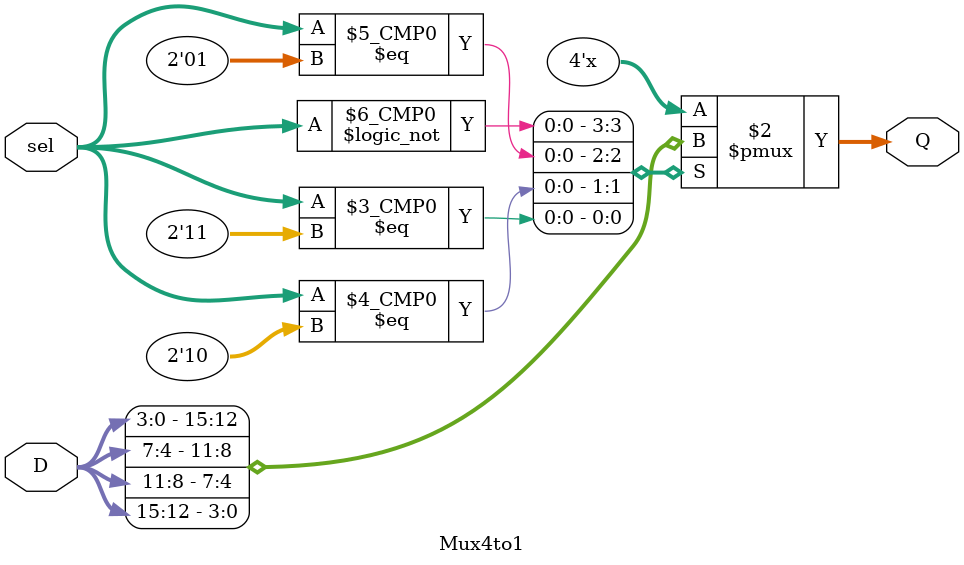
<source format=v>
`timescale 1ns / 1ps
module Mux4to1(D, sel, Q);

   input        [ 1:0] sel;          // Selection input
   input        [15:0]   D;          // 16-bit input
   output  reg  [ 3:0]   Q;          // an one-bit selected output

   always @ (D, sel) begin
   
      case(sel)               
         2'b00:   Q = D[3:0];       
         2'b01:   Q = D[7:4];
         2'b10:   Q = D[11:8];
         2'b11:   Q = D[15:12];
         default: Q = D[3:0];
      endcase
   
   end

endmodule

</source>
